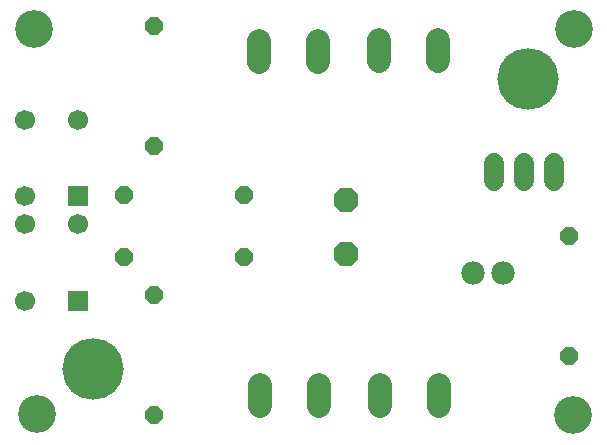
<source format=gbr>
G04 EAGLE Gerber RS-274X export*
G75*
%MOMM*%
%FSLAX34Y34*%
%LPD*%
%INSoldermask Top*%
%IPPOS*%
%AMOC8*
5,1,8,0,0,1.08239X$1,22.5*%
G01*
G04 Define Apertures*
%ADD10C,3.203194*%
%ADD11C,5.203191*%
%ADD12C,1.727200*%
%ADD13P,1.64956X8X292.5*%
%ADD14P,1.64956X8X22.5*%
%ADD15C,1.701200*%
%ADD16R,1.701200X1.701200*%
%ADD17C,1.981200*%
%ADD18C,1.993900*%
%ADD19P,2.28189X8X112.5*%
D10*
X28531Y27272D03*
X25361Y352540D03*
X481853Y25687D03*
X482640Y352540D03*
D11*
X75364Y65009D03*
X444286Y310238D03*
D12*
X414771Y239401D02*
X414771Y224161D01*
X440171Y224161D02*
X440171Y239401D01*
X465571Y239401D02*
X465571Y224161D01*
D13*
X478336Y177800D03*
X478336Y76200D03*
X127000Y127764D03*
X127000Y26164D03*
D14*
X101600Y212625D03*
X203200Y212625D03*
X101677Y159793D03*
X203277Y159793D03*
D13*
X127000Y355600D03*
X127000Y254000D03*
D15*
X17650Y276200D03*
X62650Y276200D03*
X17650Y211200D03*
D16*
X62650Y211200D03*
D15*
X17650Y188006D03*
X62650Y188006D03*
X17650Y123006D03*
D16*
X62650Y123006D03*
D17*
X423128Y145983D03*
X397728Y145983D03*
D18*
X265918Y325067D02*
X265918Y342974D01*
X215918Y342974D02*
X215918Y325067D01*
X318282Y51769D02*
X318282Y33862D01*
X368282Y33862D02*
X368282Y51769D01*
X216682Y51637D02*
X216682Y33730D01*
X266682Y33730D02*
X266682Y51637D01*
X367900Y325449D02*
X367900Y343356D01*
X317900Y343356D02*
X317900Y325449D01*
D19*
X290097Y162343D03*
X290097Y208063D03*
M02*

</source>
